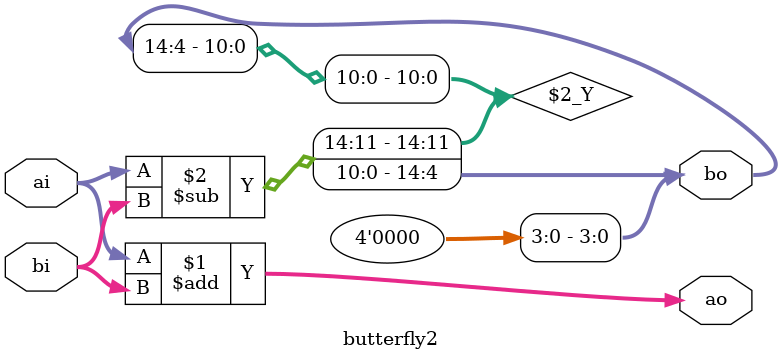
<source format=v>

module butterfly2(ai, 
				  bi, 
				  ao, 
				  bo
				  );
	//input
	input signed [14:0] ai;
	input signed [14:0] bi;	
	
	//output
	output signed [14:0] ao;
	output signed [14:0] bo;	
	
	assign ao = ai + bi;
	assign bo = ((ai-bi) << 4);
endmodule 

</source>
